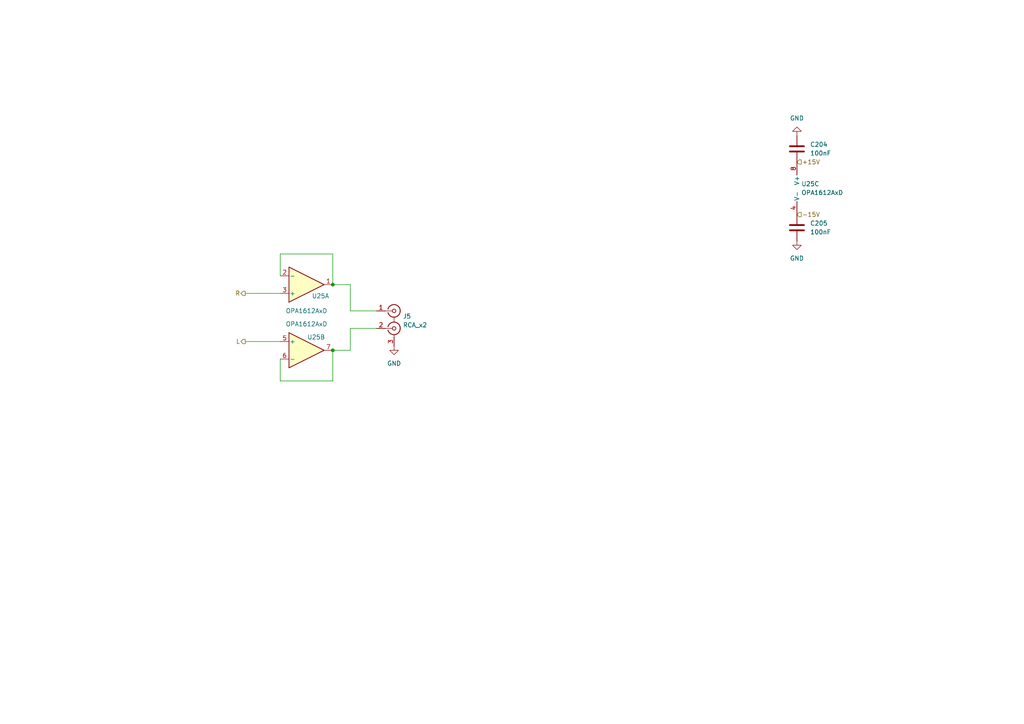
<source format=kicad_sch>
(kicad_sch (version 20250114) (generator "eeschema") (generator_version "9.0")
  (paper "A4")
  (lib_symbols
    (symbol "Amplifier_Operational:OPA1612AxD" (pin_names (offset 0.127))
      (property "Reference" "U" (at 0 5.08 0))
      (property "Value" "OPA1612AxD" (at 0 -5.08 0))
      (symbol "OPA1612AxD_1_1"
        (polyline (pts (xy -5.08 5.08) (xy 5.08 0) (xy -5.08 -5.08) (xy -5.08 5.08)) (stroke (width 0.254)) (fill (type background)))
        (pin input line (at -7.62 2.54 0) (length 2.54) (name "+") (number "3"))
        (pin input line (at -7.62 -2.54 0) (length 2.54) (name "-") (number "2"))
        (pin output line (at 7.62 0 180) (length 2.54) (name "~") (number "1"))
      )
      (symbol "OPA1612AxD_2_1"
        (polyline (pts (xy -5.08 5.08) (xy 5.08 0) (xy -5.08 -5.08) (xy -5.08 5.08)) (stroke (width 0.254)) (fill (type background)))
        (pin input line (at -7.62 2.54 0) (length 2.54) (name "+") (number "5"))
        (pin input line (at -7.62 -2.54 0) (length 2.54) (name "-") (number "6"))
        (pin output line (at 7.62 0 180) (length 2.54) (name "~") (number "7"))
      )
      (symbol "OPA1612AxD_3_1"
        (pin power_in line (at -2.54 7.62 270) (length 3.81) (name "V+") (number "8"))
        (pin power_in line (at -2.54 -7.62 90) (length 3.81) (name "V-") (number "4"))
      )
    )
    (symbol "Connector:Conn_Coaxial_x2" (pin_names (offset 1.016) (hide yes))
      (property "Reference" "J" (at 0 5.715 0))
      (property "Value" "Conn_Coaxial_x2" (at 2.921 0 90))
      (symbol "Conn_Coaxial_x2_0_1"
        (polyline (pts (xy -2.54 2.54) (xy -0.508 2.54)))
        (polyline (pts (xy -2.54 -2.54) (xy -0.508 -2.54)))
        (arc (start 1.778 2.54) (mid 0.222 0.7321) (end -1.778 2.032) (stroke (width 0.254)))
        (arc (start 1.778 -2.54) (mid 0.222 -4.3479) (end -1.778 -3.048) (stroke (width 0.254)))
        (arc (start -1.778 3.048) (mid 0.2221 4.3484) (end 1.778 2.54) (stroke (width 0.254)))
        (arc (start -1.778 -2.032) (mid 0.2221 -0.7316) (end 1.778 -2.54) (stroke (width 0.254)))
        (circle (center 0 2.54) (radius 0.508) (stroke (width 0.2032)))
        (polyline (pts (xy 0 0.762) (xy 0 -0.635)))
        (circle (center 0 -2.54) (radius 0.508) (stroke (width 0.2032)))
        (polyline (pts (xy 0 -5.08) (xy 0 -4.318)))
      )
      (symbol "Conn_Coaxial_x2_1_1"
        (pin passive line (at -5.08 2.54 0) (length 2.54) (name "IN1") (number "1"))
        (pin passive line (at -5.08 -2.54 0) (length 2.54) (name "IN2") (number "2"))
        (pin passive line (at 0 -7.62 90) (length 2.54) (name "EXT") (number "3"))
      )
    )
    (symbol "Device:C" (pin_numbers (hide yes)) (pin_names (offset 0.254))
      (property "Reference" "C" (at 0.635 2.54 0))
      (property "Value" "C" (at 0.635 -2.54 0))
      (symbol "C_0_1"
        (polyline (pts (xy -2.032 0.762) (xy 2.032 0.762)) (stroke (width 0.508)))
        (polyline (pts (xy -2.032 -0.762) (xy 2.032 -0.762)) (stroke (width 0.508)))
      )
      (symbol "C_1_1"
        (pin passive line (at 0 3.81 270) (length 2.794) (name "~") (number "1"))
        (pin passive line (at 0 -3.81 90) (length 2.794) (name "~") (number "2"))
      )
    )
    (symbol "power:GND" (power) (pin_numbers (hide yes)) (pin_names (offset 0) (hide yes))
      (property "Value" "GND" (at 0 -3.81 0))
      (symbol "GND_0_1"
        (polyline (pts (xy 0 0) (xy 0 -1.27) (xy 1.27 -1.27) (xy 0 -2.54) (xy -1.27 -1.27) (xy 0 -1.27)))
      )
      (symbol "GND_1_1"
        (pin power_in line (at 0 0 270) (length 0) (name "~") (number "1"))
      )
    )
  )
  (junction (at 96.52 82.55))
  (junction (at 96.52 101.6))
  (wire (pts (xy 81.28 73.66) (xy 96.52 73.66)))
  (wire (pts (xy 96.52 110.49) (xy 96.52 101.6)))
  (wire (pts (xy 71.12 85.09) (xy 81.28 85.09)))
  (wire (pts (xy 101.6 101.6) (xy 101.6 95.25)))
  (wire (pts (xy 81.28 104.14) (xy 81.28 110.49)))
  (wire (pts (xy 81.28 80.01) (xy 81.28 73.66)))
  (wire (pts (xy 96.52 101.6) (xy 101.6 101.6)))
  (wire (pts (xy 96.52 82.55) (xy 101.6 82.55)))
  (wire (pts (xy 81.28 110.49) (xy 96.52 110.49)))
  (wire (pts (xy 101.6 82.55) (xy 101.6 90.17)))
  (wire (pts (xy 96.52 73.66) (xy 96.52 82.55)))
  (wire (pts (xy 101.6 90.17) (xy 109.22 90.17)))
  (wire (pts (xy 71.12 99.06) (xy 81.28 99.06)))
  (wire (pts (xy 101.6 95.25) (xy 109.22 95.25)))
  (hierarchical_label "+15V" (shape input) (at 231.14 46.99 0))
  (hierarchical_label "R" (shape output) (at 71.12 85.09 180))
  (hierarchical_label "L" (shape output) (at 71.12 99.06 180))
  (hierarchical_label "-15V" (shape input) (at 231.14 62.23 0))
  (symbol (lib_id "Connector:Conn_Coaxial_x2") (at 114.3 92.71 0) (unit 1)
    (property "Reference" "J5" (at 116.84 91.7331 0) (effects (justify left)))
    (property "Value" "RCA_x2" (at 116.84 94.2731 0) (effects (justify left)))
    (property "Footprint" "Inputs:CONN-TH_XDJK-0271-1650" (effects (hide yes)))
    (property "Description" "double coaxial connector (BNC, SMA, SMB, SMC, Cinch/RCA, LEMO, ...)" (effects (hide yes)))
  )
  (symbol (lib_id "Amplifier_Operational:OPA1612AxD") (at 88.9 82.55 0) (mirror x) (unit 1)
    (property "Reference" "U25" (at 92.964 85.852 0))
    (property "Value" "OPA1612AxD" (at 88.9 90.17 0))
    (property "Footprint" "Package_SO:SOIC-8_5.3x6.2mm_P1.27mm" (effects (hide yes)))
    (property "Datasheet" "http://www.ti.com/lit/ds/symlink/opa1612.pdf" (effects (hide yes)))
    (property "Description" "Dual SoundPlus High Performance, Bipolar-Input Audio Operational Amplifiers, SOIC-8" (effects (hide yes)))
  )
  (symbol (lib_id "Device:C") (at 231.14 43.18 0) (unit 1)
    (property "Reference" "C204" (at 234.95 41.9099 0) (effects (justify left)))
    (property "Value" "100nF" (at 234.95 44.4499 0) (effects (justify left)))
    (property "Footprint" "Capacitor_SMD:C_0805_2012Metric" (effects (hide yes)))
    (property "Description" "Unpolarized capacitor" (effects (hide yes)))
  )
  (symbol (lib_id "Device:C") (at 231.14 66.04 0) (unit 1)
    (property "Reference" "C205" (at 234.95 64.7699 0) (effects (justify left)))
    (property "Value" "100nF" (at 234.95 67.3099 0) (effects (justify left)))
    (property "Footprint" "Capacitor_SMD:C_0805_2012Metric" (effects (hide yes)))
    (property "Description" "Unpolarized capacitor" (effects (hide yes)))
  )
  (symbol (lib_id "power:GND") (at 114.3 100.33 0) (unit 1)
    (property "Reference" "#PWR0329" (effects (hide yes)))
    (property "Value" "GND" (at 114.3 105.41 0))
    (property "Description" "Power symbol creates a global label with name \"GND\" , ground" (effects (hide yes)))
  )
  (symbol (lib_id "power:GND") (at 231.14 69.85 0) (unit 1)
    (property "Reference" "#PWR0324" (effects (hide yes)))
    (property "Value" "GND" (at 231.14 74.93 0))
    (property "Description" "Power symbol creates a global label with name \"GND\" , ground" (effects (hide yes)))
  )
  (symbol (lib_id "Amplifier_Operational:OPA1612AxD") (at 233.68 54.61 0) (unit 3)
    (property "Reference" "U25" (at 232.41 53.3399 0) (effects (justify left)))
    (property "Value" "OPA1612AxD" (at 232.41 55.8799 0) (effects (justify left)))
    (property "Footprint" "Package_SO:SOIC-8_5.3x6.2mm_P1.27mm" (effects (hide yes)))
    (property "Datasheet" "http://www.ti.com/lit/ds/symlink/opa1612.pdf" (effects (hide yes)))
    (property "Description" "Dual SoundPlus High Performance, Bipolar-Input Audio Operational Amplifiers, SOIC-8" (effects (hide yes)))
  )
  (symbol (lib_id "power:GND") (at 231.14 39.37 180) (unit 1)
    (property "Reference" "#PWR0323" (effects (hide yes)))
    (property "Value" "GND" (at 231.14 34.29 0))
    (property "Description" "Power symbol creates a global label with name \"GND\" , ground" (effects (hide yes)))
  )
  (symbol (lib_id "Amplifier_Operational:OPA1612AxD") (at 88.9 101.6 0) (unit 2)
    (property "Reference" "U25" (at 91.694 97.79 0))
    (property "Value" "OPA1612AxD" (at 88.9 93.98 0))
    (property "Footprint" "Package_SO:SOIC-8_5.3x6.2mm_P1.27mm" (effects (hide yes)))
    (property "Datasheet" "http://www.ti.com/lit/ds/symlink/opa1612.pdf" (effects (hide yes)))
    (property "Description" "Dual SoundPlus High Performance, Bipolar-Input Audio Operational Amplifiers, SOIC-8" (effects (hide yes)))
  )
)
</source>
